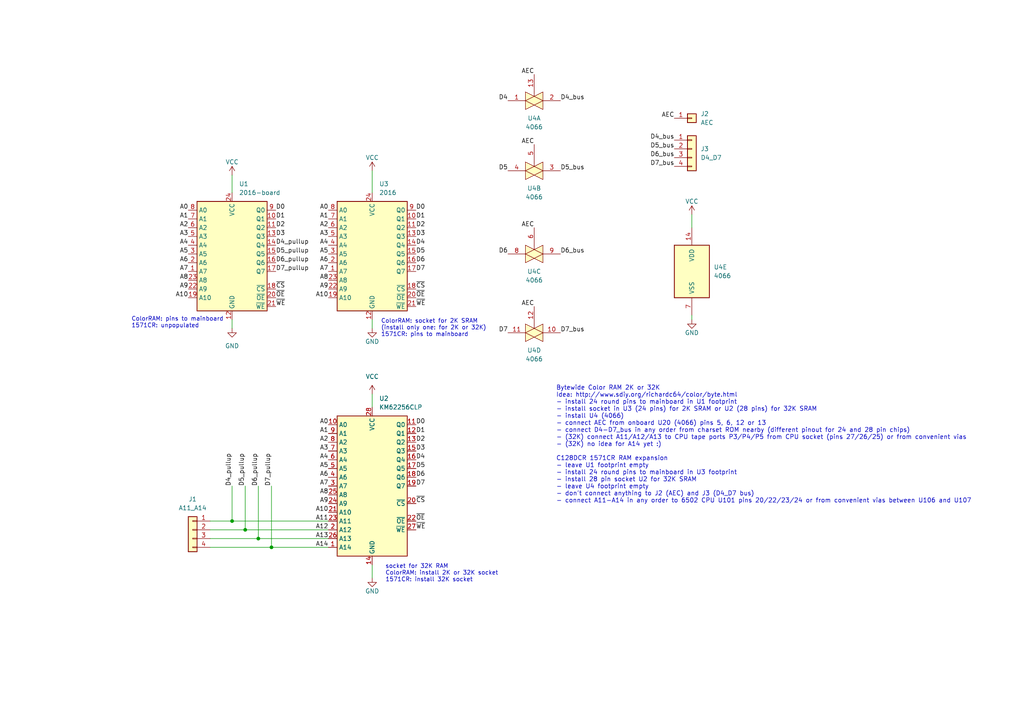
<source format=kicad_sch>
(kicad_sch (version 20211123) (generator eeschema)
  (paper "A4")
  (title_block (title "C128 bytewide 2/32K Color RAM / 1571CR RAM expansion") (date "2023-11-13") (rev "1.1") (company "YTM Enterprises") (comment 1 "Maciej Witkowiak <ytm@elysium.pl>"))
  (lib_symbols
    (symbol "4xxx:4066" (pin_names (offset 1.016))
      (property "Reference" "U" (at -7.62 8.89 0))
      (property "Value" "4066" (at -7.62 -8.89 0))
      (symbol "4066_1_0"
        (polyline (pts (xy 0 1.27) (xy 0 2.54)) (stroke (width 0.1524)))
        (polyline (pts (xy -2.54 0) (xy 2.54 2.54) (xy 2.54 -2.54) (xy -2.54 0)) (fill (type background)))
        (polyline (pts (xy -2.54 2.54) (xy 2.54 0) (xy -2.54 -2.54) (xy -2.54 2.54)) (fill (type background)))
        (pin passive line (at -7.62 0 0) (length 5.08) (name "~") (number "1"))
        (pin input line (at 0 7.62 270) (length 5.08) (name "~") (number "13"))
        (pin passive line (at 7.62 0 180) (length 5.08) (name "~") (number "2"))
      )
      (symbol "4066_2_0"
        (polyline (pts (xy 0 1.27) (xy 0 2.54)) (stroke (width 0.1524)))
        (polyline (pts (xy -2.54 0) (xy 2.54 2.54) (xy 2.54 -2.54) (xy -2.54 0)) (fill (type background)))
        (polyline (pts (xy -2.54 2.54) (xy 2.54 0) (xy -2.54 -2.54) (xy -2.54 2.54)) (fill (type background)))
        (pin passive line (at 7.62 0 180) (length 5.08) (name "~") (number "3"))
        (pin passive line (at -7.62 0 0) (length 5.08) (name "~") (number "4"))
        (pin input line (at 0 7.62 270) (length 5.08) (name "~") (number "5"))
      )
      (symbol "4066_3_0"
        (polyline (pts (xy 0 1.27) (xy 0 2.54)) (stroke (width 0.1524)))
        (polyline (pts (xy -2.54 0) (xy 2.54 2.54) (xy 2.54 -2.54) (xy -2.54 0)) (fill (type background)))
        (polyline (pts (xy -2.54 2.54) (xy 2.54 0) (xy -2.54 -2.54) (xy -2.54 2.54)) (fill (type background)))
        (pin input line (at 0 7.62 270) (length 5.08) (name "~") (number "6"))
        (pin passive line (at -7.62 0 0) (length 5.08) (name "~") (number "8"))
        (pin passive line (at 7.62 0 180) (length 5.08) (name "~") (number "9"))
      )
      (symbol "4066_4_0"
        (polyline (pts (xy 0 1.27) (xy 0 2.54)) (stroke (width 0.1524)))
        (polyline (pts (xy -2.54 0) (xy 2.54 2.54) (xy 2.54 -2.54) (xy -2.54 0)) (fill (type background)))
        (polyline (pts (xy -2.54 2.54) (xy 2.54 0) (xy -2.54 -2.54) (xy -2.54 2.54)) (fill (type background)))
        (pin passive line (at 7.62 0 180) (length 5.08) (name "~") (number "10"))
        (pin passive line (at -7.62 0 0) (length 5.08) (name "~") (number "11"))
        (pin input line (at 0 7.62 270) (length 5.08) (name "~") (number "12"))
      )
      (symbol "4066_5_0"
        (pin power_in line (at 0 12.7 270) (length 5.08) (name "VDD") (number "14"))
        (pin power_in line (at 0 -12.7 90) (length 5.08) (name "VSS") (number "7"))
      )
      (symbol "4066_5_1"
        (rectangle (start -5.08 7.62) (end 5.08 -7.62) (stroke (width 0.254)) (fill (type background)))
      )
    )
    (symbol "Connector_Generic:Conn_01x01" (pin_names (offset 1.016) hide)
      (property "Reference" "J" (at 0 2.54 0))
      (property "Value" "Conn_01x01" (at 0 -2.54 0))
      (symbol "Conn_01x01_1_1"
        (rectangle (start -1.27 0.127) (end 0 -0.127) (stroke (width 0.1524)))
        (rectangle (start -1.27 1.27) (end 1.27 -1.27) (stroke (width 0.254)) (fill (type background)))
        (pin passive line (at -5.08 0 0) (length 3.81) (name "Pin_1") (number "1"))
      )
    )
    (symbol "Connector_Generic:Conn_01x04" (pin_names (offset 1.016) hide)
      (property "Reference" "J" (at 0 5.08 0))
      (property "Value" "Conn_01x04" (at 0 -7.62 0))
      (symbol "Conn_01x04_1_1"
        (rectangle (start -1.27 -4.953) (end 0 -5.207) (stroke (width 0.1524)))
        (rectangle (start -1.27 -2.413) (end 0 -2.667) (stroke (width 0.1524)))
        (rectangle (start -1.27 0.127) (end 0 -0.127) (stroke (width 0.1524)))
        (rectangle (start -1.27 2.667) (end 0 2.413) (stroke (width 0.1524)))
        (rectangle (start -1.27 3.81) (end 1.27 -6.35) (stroke (width 0.254)) (fill (type background)))
        (pin passive line (at -5.08 2.54 0) (length 3.81) (name "Pin_1") (number "1"))
        (pin passive line (at -5.08 0 0) (length 3.81) (name "Pin_2") (number "2"))
        (pin passive line (at -5.08 -2.54 0) (length 3.81) (name "Pin_3") (number "3"))
        (pin passive line (at -5.08 -5.08 0) (length 3.81) (name "Pin_4") (number "4"))
      )
    )
    (symbol "Memory_RAM:KM62256CLP"
      (property "Reference" "U" (at -10.16 20.955 0))
      (property "Value" "KM62256CLP" (at 2.54 20.955 0))
      (symbol "KM62256CLP_0_0"
        (pin power_in line (at 0 -22.86 90) (length 2.54) (name "GND") (number "14"))
        (pin power_in line (at 0 22.86 270) (length 2.54) (name "VCC") (number "28"))
      )
      (symbol "KM62256CLP_0_1"
        (rectangle (start -10.16 20.32) (end 10.16 -20.32) (stroke (width 0.254)) (fill (type background)))
      )
      (symbol "KM62256CLP_1_1"
        (pin input line (at -12.7 -17.78 0) (length 2.54) (name "A14") (number "1"))
        (pin input line (at -12.7 17.78 0) (length 2.54) (name "A0") (number "10"))
        (pin tri_state line (at 12.7 17.78 180) (length 2.54) (name "Q0") (number "11"))
        (pin tri_state line (at 12.7 15.24 180) (length 2.54) (name "Q1") (number "12"))
        (pin tri_state line (at 12.7 12.7 180) (length 2.54) (name "Q2") (number "13"))
        (pin tri_state line (at 12.7 10.16 180) (length 2.54) (name "Q3") (number "15"))
        (pin tri_state line (at 12.7 7.62 180) (length 2.54) (name "Q4") (number "16"))
        (pin tri_state line (at 12.7 5.08 180) (length 2.54) (name "Q5") (number "17"))
        (pin tri_state line (at 12.7 2.54 180) (length 2.54) (name "Q6") (number "18"))
        (pin tri_state line (at 12.7 0 180) (length 2.54) (name "Q7") (number "19"))
        (pin input line (at -12.7 -12.7 0) (length 2.54) (name "A12") (number "2"))
        (pin input line (at 12.7 -5.08 180) (length 2.54) (name "~{CS}") (number "20"))
        (pin input line (at -12.7 -7.62 0) (length 2.54) (name "A10") (number "21"))
        (pin input line (at 12.7 -10.16 180) (length 2.54) (name "~{OE}") (number "22"))
        (pin input line (at -12.7 -10.16 0) (length 2.54) (name "A11") (number "23"))
        (pin input line (at -12.7 -5.08 0) (length 2.54) (name "A9") (number "24"))
        (pin input line (at -12.7 -2.54 0) (length 2.54) (name "A8") (number "25"))
        (pin input line (at -12.7 -15.24 0) (length 2.54) (name "A13") (number "26"))
        (pin input line (at 12.7 -12.7 180) (length 2.54) (name "~{WE}") (number "27"))
        (pin input line (at -12.7 0 0) (length 2.54) (name "A7") (number "3"))
        (pin input line (at -12.7 2.54 0) (length 2.54) (name "A6") (number "4"))
        (pin input line (at -12.7 5.08 0) (length 2.54) (name "A5") (number "5"))
        (pin input line (at -12.7 7.62 0) (length 2.54) (name "A4") (number "6"))
        (pin input line (at -12.7 10.16 0) (length 2.54) (name "A3") (number "7"))
        (pin input line (at -12.7 12.7 0) (length 2.54) (name "A2") (number "8"))
        (pin input line (at -12.7 15.24 0) (length 2.54) (name "A1") (number "9"))
      )
    )
    (symbol "SRAM:2016"
      (property "Reference" "U" (at -10.16 20.955 0))
      (property "Value" "2016" (at 2.54 20.955 0))
      (symbol "2016_0_0"
        (pin tri_state line (at 12.7 7.62 180) (length 2.54) (name "Q4") (number "14"))
      )
      (symbol "2016_0_1"
        (rectangle (start -10.16 20.32) (end 10.16 -11.43) (stroke (width 0.254)) (fill (type background)))
      )
      (symbol "2016_1_1"
        (pin input line (at -12.7 0 0) (length 2.54) (name "A7") (number "1"))
        (pin tri_state line (at 12.7 15.24 180) (length 2.54) (name "Q1") (number "10"))
        (pin tri_state line (at 12.7 12.7 180) (length 2.54) (name "Q2") (number "11"))
        (pin power_in line (at 0 -13.97 90) (length 2.54) (name "GND") (number "12"))
        (pin tri_state line (at 12.7 10.16 180) (length 2.54) (name "Q3") (number "13"))
        (pin tri_state line (at 12.7 5.08 180) (length 2.54) (name "Q5") (number "15"))
        (pin tri_state line (at 12.7 2.54 180) (length 2.54) (name "Q6") (number "16"))
        (pin tri_state line (at 12.7 0 180) (length 2.54) (name "Q7") (number "17"))
        (pin input line (at 12.7 -5.08 180) (length 2.54) (name "~{CS}") (number "18"))
        (pin input line (at -12.7 -7.62 0) (length 2.54) (name "A10") (number "19"))
        (pin input line (at -12.7 2.54 0) (length 2.54) (name "A6") (number "2"))
        (pin input line (at 12.7 -7.62 180) (length 2.54) (name "~{OE}") (number "20"))
        (pin input line (at 12.7 -10.16 180) (length 2.54) (name "~{WE}") (number "21"))
        (pin input line (at -12.7 -5.08 0) (length 2.54) (name "A9") (number "22"))
        (pin input line (at -12.7 -2.54 0) (length 2.54) (name "A8") (number "23"))
        (pin power_in line (at 0 22.86 270) (length 2.54) (name "VCC") (number "24"))
        (pin input line (at -12.7 5.08 0) (length 2.54) (name "A5") (number "3"))
        (pin input line (at -12.7 7.62 0) (length 2.54) (name "A4") (number "4"))
        (pin input line (at -12.7 10.16 0) (length 2.54) (name "A3") (number "5"))
        (pin input line (at -12.7 12.7 0) (length 2.54) (name "A2") (number "6"))
        (pin input line (at -12.7 15.24 0) (length 2.54) (name "A1") (number "7"))
        (pin input line (at -12.7 17.78 0) (length 2.54) (name "A0") (number "8"))
        (pin tri_state line (at 12.7 17.78 180) (length 2.54) (name "Q0") (number "9"))
      )
    )
    (symbol "power:GND" (power) (pin_names (offset 0))
      (property "Value" "GND" (at 0 -3.81 0))
      (symbol "GND_0_1"
        (polyline (pts (xy 0 0) (xy 0 -1.27) (xy 1.27 -1.27) (xy 0 -2.54) (xy -1.27 -1.27) (xy 0 -1.27)))
      )
      (symbol "GND_1_1"
        (pin power_in line (at 0 0 270) (length 0) hide (name "GND") (number "1"))
      )
    )
    (symbol "power:VCC" (power) (pin_names (offset 0))
      (property "Value" "VCC" (at 0 3.81 0))
      (symbol "VCC_0_1"
        (polyline (pts (xy -0.762 1.27) (xy 0 2.54)))
        (polyline (pts (xy 0 0) (xy 0 2.54)))
        (polyline (pts (xy 0 2.54) (xy 0.762 1.27)))
      )
      (symbol "VCC_1_1"
        (pin power_in line (at 0 0 90) (length 0) hide (name "VCC") (number "1"))
      )
    )
  )
  (junction (at 71.12 153.67))
  (junction (at 78.74 158.75))
  (junction (at 74.93 156.21))
  (junction (at 67.31 151.13))
  (wire (pts (xy 60.96 158.75) (xy 78.74 158.75)))
  (wire (pts (xy 107.95 163.83) (xy 107.95 167.64)))
  (wire (pts (xy 67.31 92.71) (xy 67.31 95.25)))
  (wire (pts (xy 78.74 140.97) (xy 78.74 158.75)))
  (wire (pts (xy 200.66 62.23) (xy 200.66 66.04)))
  (wire (pts (xy 60.96 153.67) (xy 71.12 153.67)))
  (wire (pts (xy 107.95 114.3) (xy 107.95 118.11)))
  (wire (pts (xy 74.93 156.21) (xy 95.25 156.21)))
  (wire (pts (xy 60.96 151.13) (xy 67.31 151.13)))
  (wire (pts (xy 67.31 50.8) (xy 67.31 55.88)))
  (wire (pts (xy 200.66 91.44) (xy 200.66 92.71)))
  (wire (pts (xy 71.12 140.97) (xy 71.12 153.67)))
  (wire (pts (xy 74.93 140.97) (xy 74.93 156.21)))
  (wire (pts (xy 107.95 49.53) (xy 107.95 55.88)))
  (wire (pts (xy 60.96 156.21) (xy 74.93 156.21)))
  (wire (pts (xy 107.95 92.71) (xy 107.95 95.25)))
  (wire (pts (xy 71.12 153.67) (xy 95.25 153.67)))
  (wire (pts (xy 67.31 140.97) (xy 67.31 151.13)))
  (wire (pts (xy 67.31 151.13) (xy 95.25 151.13)))
  (wire (pts (xy 78.74 158.75) (xy 95.25 158.75)))
  (text "Bytewide Color RAM 2K or 32K\nIdea: http://www.sdiy.org/richardc64/color/byte.html\n- install 24 round pins to mainboard in U1 footprint\n- install socket in U3 (24 pins) for 2K SRAM or U2 (28 pins) for 32K SRAM\n- install U4 (4066)\n- connect AEC from onboard U20 (4066) pins 5, 6, 12 or 13\n- connect D4-D7_bus in any order from charset ROM nearby (different pinout for 24 and 28 pin chips)\n- (32K) connect A11/A12/A13 to CPU tape ports P3/P4/P5 from CPU socket (pins 27/26/25) or from convenient vias\n- (32K) no idea for A14 yet :)\n\nC128DCR 1571CR RAM expansion\n- leave U1 footprint empty\n- install 24 round pins to mainboard in U3 footprint\n- install 28 pin socket U2 for 32K SRAM\n- leave U4 footprint empty\n- don't connect anything to J2 (AEC) and J3 (D4_D7 bus)\n- connect A11-A14 in any order to 6502 CPU U101 pins 20/22/23/24 or from convenient vias between U106 and U107\n" (at 161.29 146.05 0) (effects (font (size 1.27 1.27)) (justify left bottom)))
  (text "ColorRAM: socket for 2K SRAM\n(install only one: for 2K or 32K)\n1571CR: pins to mainboard" (at 110.49 97.79 0) (effects (font (size 1.2 1.2)) (justify left bottom)))
  (text "socket for 32K RAM\nColorRAM: install 2K or 32K socket\n1571CR: install 32K socket" (at 111.76 168.91 0) (effects (font (size 1.2 1.2)) (justify left bottom)))
  (text "ColorRAM: pins to mainboard\n1571CR: unpopulated" (at 38.1 95.25 0) (effects (font (size 1.2 1.2)) (justify left bottom)))
  (label "A6" (at 95.25 76.2 180))
  (label "A7" (at 95.25 78.74 180))
  (label "A7" (at 54.61 78.74 180))
  (label "D6_bus" (at 195.58 45.72 180))
  (label "A1" (at 95.25 63.5 180))
  (label "D2" (at 120.65 66.04 0))
  (label "A4" (at 95.25 71.12 180))
  (label "A9" (at 54.61 83.82 180))
  (label "A1" (at 95.25 125.73 180))
  (label "D7_bus" (at 195.58 48.26 180))
  (label "A5" (at 95.25 73.66 180))
  (label "A1" (at 54.61 63.5 180))
  (label "A0" (at 54.61 60.96 180))
  (label "D6" (at 120.65 76.2 0))
  (label "D6_pullup" (at 74.93 140.97 90))
  (label "D0" (at 80.01 60.96 0))
  (label "D5_pullup" (at 71.12 140.97 90))
  (label "D3" (at 80.01 68.58 0))
  (label "D0" (at 120.65 60.96 0))
  (label "A5" (at 54.61 73.66 180))
  (label "A3" (at 54.61 68.58 180))
  (label "D4_bus" (at 195.58 40.64 180))
  (label "D2" (at 80.01 66.04 0))
  (label "D1" (at 80.01 63.5 0))
  (label "D5_bus" (at 162.56 49.53 0))
  (label "A12" (at 95.25 153.67 180))
  (label "AEC" (at 154.94 66.04 180))
  (label "~{CS}" (at 120.65 146.05 0))
  (label "A8" (at 95.25 81.28 180))
  (label "AEC" (at 154.94 21.59 180))
  (label "~{WE}" (at 120.65 153.67 0))
  (label "A9" (at 95.25 146.05 180))
  (label "A3" (at 95.25 68.58 180))
  (label "D7" (at 120.65 78.74 0))
  (label "D5_bus" (at 195.58 43.18 180))
  (label "D5" (at 147.32 49.53 180))
  (label "A4" (at 54.61 71.12 180))
  (label "D7" (at 120.65 140.97 0))
  (label "A8" (at 95.25 143.51 180))
  (label "~{OE}" (at 120.65 86.36 0))
  (label "A10" (at 54.61 86.36 180))
  (label "AEC" (at 154.94 41.91 180))
  (label "D3" (at 120.65 68.58 0))
  (label "D4" (at 120.65 133.35 0))
  (label "~{CS}" (at 120.65 83.82 0))
  (label "~{WE}" (at 80.01 88.9 0))
  (label "~{WE}" (at 120.65 88.9 0))
  (label "A7" (at 95.25 140.97 180))
  (label "D3" (at 120.65 130.81 0))
  (label "D1" (at 120.65 63.5 0))
  (label "D5_pullup" (at 80.01 73.66 0))
  (label "A2" (at 95.25 66.04 180))
  (label "AEC" (at 154.94 88.9 180))
  (label "D4" (at 147.32 29.21 180))
  (label "A6" (at 95.25 138.43 180))
  (label "A10" (at 95.25 148.59 180))
  (label "D7_bus" (at 162.56 96.52 0))
  (label "A13" (at 95.25 156.21 180))
  (label "A2" (at 54.61 66.04 180))
  (label "A11" (at 95.25 151.13 180))
  (label "D5" (at 120.65 135.89 0))
  (label "D1" (at 120.65 125.73 0))
  (label "D4_pullup" (at 67.31 140.97 90))
  (label "D6" (at 147.32 73.66 180))
  (label "D5" (at 120.65 73.66 0))
  (label "D6" (at 120.65 138.43 0))
  (label "A10" (at 95.25 86.36 180))
  (label "A0" (at 95.25 60.96 180))
  (label "AEC" (at 195.58 34.29 180))
  (label "D4_pullup" (at 80.01 71.12 0))
  (label "A9" (at 95.25 83.82 180))
  (label "D7" (at 147.32 96.52 180))
  (label "D6_bus" (at 162.56 73.66 0))
  (label "A6" (at 54.61 76.2 180))
  (label "D6_pullup" (at 80.01 76.2 0))
  (label "D4" (at 120.65 71.12 0))
  (label "A5" (at 95.25 135.89 180))
  (label "D4_bus" (at 162.56 29.21 0))
  (label "A8" (at 54.61 81.28 180))
  (label "A2" (at 95.25 128.27 180))
  (label "A0" (at 95.25 123.19 180))
  (label "A4" (at 95.25 133.35 180))
  (label "~{CS}" (at 80.01 83.82 0))
  (label "D0" (at 120.65 123.19 0))
  (label "~{OE}" (at 80.01 86.36 0))
  (label "D7_pullup" (at 80.01 78.74 0))
  (label "A3" (at 95.25 130.81 180))
  (label "D2" (at 120.65 128.27 0))
  (label "D7_pullup" (at 78.74 140.97 90))
  (label "A14" (at 95.25 158.75 180))
  (label "~{OE}" (at 120.65 151.13 0))
  (symbol (lib_id "4xxx:4066") (at 154.94 29.21 0) (unit 1)
    (property "Reference" "U4" (at 154.94 34.29 0))
    (property "Value" "4066" (at 154.94 36.83 0))
    (property "Footprint" "Package_DIP:DIP-14_W7.62mm_Socket" (effects hide))
    (property "Datasheet" "http://www.ti.com/lit/ds/symlink/cd4066b.pdf" (effects hide))
  )
  (symbol (lib_id "4xxx:4066") (at 154.94 73.66 0) (unit 3)
    (property "Reference" "U4" (at 154.94 78.74 0))
    (property "Value" "4066" (at 154.94 81.28 0))
    (property "Footprint" "Package_DIP:DIP-14_W7.62mm_Socket" (effects hide))
    (property "Datasheet" "http://www.ti.com/lit/ds/symlink/cd4066b.pdf" (effects hide))
  )
  (symbol (lib_id "power:VCC") (at 67.31 50.8 0) (unit 1)
    (property "Reference" "#PWR01" (effects hide))
    (property "Value" "VCC" (at 67.31 46.99 0))
  )
  (symbol (lib_id "SRAM:2016") (at 107.95 78.74 0) (unit 1)
    (property "Reference" "U3" (at 109.9694 53.34 0) (effects (justify left)))
    (property "Value" "2016" (at 109.9694 55.88 0) (effects (justify left)))
    (property "Footprint" "Package_DIP:DIP-24_W15.24mm" (effects hide))
    (property "Datasheet" "https://www.tvsat.com.pl/pdf/m/mcm2018_mot.pdf" (effects hide))
  )
  (symbol (lib_id "SRAM:2016") (at 67.31 78.74 0) (unit 1)
    (property "Reference" "U1" (at 69.3294 53.34 0) (effects (justify left)))
    (property "Value" "2016-board" (at 69.3294 55.88 0) (effects (justify left)))
    (property "Footprint" "Package_DIP:DIP-24_W15.24mm" (effects hide))
    (property "Datasheet" "https://www.tvsat.com.pl/pdf/m/mcm2018_mot.pdf" (effects hide))
  )
  (symbol (lib_id "power:VCC") (at 107.95 114.3 0) (unit 1)
    (property "Reference" "#PWR03" (effects hide))
    (property "Value" "VCC" (at 107.95 109.22 0))
  )
  (symbol (lib_id "Connector_Generic:Conn_01x04") (at 200.66 43.18 0) (unit 1)
    (property "Reference" "J3" (at 203.2 43.1799 0) (effects (justify left)))
    (property "Value" "D4_D7" (at 203.2 45.7199 0) (effects (justify left)))
    (property "Footprint" "Connector_PinHeader_2.54mm:PinHeader_1x04_P2.54mm_Vertical" (effects hide))
  )
  (symbol (lib_id "power:VCC") (at 107.95 49.53 0) (unit 1)
    (property "Reference" "#PWR05" (effects hide))
    (property "Value" "VCC" (at 107.95 45.72 0))
  )
  (symbol (lib_id "power:VCC") (at 200.66 62.23 0) (unit 1)
    (property "Reference" "#PWR07" (effects hide))
    (property "Value" "VCC" (at 200.66 58.42 0))
  )
  (symbol (lib_id "Memory_RAM:KM62256CLP") (at 107.95 140.97 0) (unit 1)
    (property "Reference" "U2" (at 109.9694 115.57 0) (effects (justify left)))
    (property "Value" "KM62256CLP" (at 109.9694 118.11 0) (effects (justify left)))
    (property "Footprint" "Package_DIP:DIP-28_W15.24mm" (effects hide))
    (property "Datasheet" "https://www.futurlec.com/Datasheet/Memory/62256.pdf" (effects hide))
  )
  (symbol (lib_id "Connector_Generic:Conn_01x01") (at 200.66 34.29 0) (unit 1)
    (property "Reference" "J2" (at 203.2 33.0199 0) (effects (justify left)))
    (property "Value" "AEC" (at 203.2 35.5599 0) (effects (justify left)))
    (property "Footprint" "Connector_PinHeader_2.54mm:PinHeader_1x01_P2.54mm_Vertical" (effects hide))
  )
  (symbol (lib_id "power:GND") (at 107.95 95.25 0) (unit 1)
    (property "Reference" "#PWR06" (effects hide))
    (property "Value" "GND" (at 107.95 99.06 0))
  )
  (symbol (lib_id "4xxx:4066") (at 200.66 78.74 0) (unit 5)
    (property "Reference" "U4" (at 207.01 77.4699 0) (effects (justify left)))
    (property "Value" "4066" (at 207.01 80.0099 0) (effects (justify left)))
    (property "Footprint" "Package_DIP:DIP-14_W7.62mm_Socket" (effects hide))
    (property "Datasheet" "http://www.ti.com/lit/ds/symlink/cd4066b.pdf" (effects hide))
  )
  (symbol (lib_id "4xxx:4066") (at 154.94 96.52 0) (unit 4)
    (property "Reference" "U4" (at 154.94 101.6 0))
    (property "Value" "4066" (at 154.94 104.14 0))
    (property "Footprint" "Package_DIP:DIP-14_W7.62mm_Socket" (effects hide))
    (property "Datasheet" "http://www.ti.com/lit/ds/symlink/cd4066b.pdf" (effects hide))
  )
  (symbol (lib_id "4xxx:4066") (at 154.94 49.53 0) (unit 2)
    (property "Reference" "U4" (at 154.94 54.61 0))
    (property "Value" "4066" (at 154.94 57.15 0))
    (property "Footprint" "Package_DIP:DIP-14_W7.62mm_Socket" (effects hide))
    (property "Datasheet" "http://www.ti.com/lit/ds/symlink/cd4066b.pdf" (effects hide))
  )
  (symbol (lib_id "power:GND") (at 107.95 167.64 0) (unit 1)
    (property "Reference" "#PWR04" (effects hide))
    (property "Value" "GND" (at 107.95 171.45 0))
  )
  (symbol (lib_id "power:GND") (at 67.31 95.25 0) (unit 1)
    (property "Reference" "#PWR02" (effects hide))
    (property "Value" "GND" (at 67.31 100.33 0))
  )
  (symbol (lib_id "power:GND") (at 200.66 92.71 0) (unit 1)
    (property "Reference" "#PWR08" (effects hide))
    (property "Value" "GND" (at 200.66 96.52 0))
  )
  (symbol (lib_id "Connector_Generic:Conn_01x04") (at 55.88 153.67 0) (mirror y) (unit 1)
    (property "Reference" "J1" (at 55.88 144.78 0))
    (property "Value" "A11_A14" (at 55.88 147.32 0))
    (property "Footprint" "Connector_PinHeader_2.54mm:PinHeader_1x04_P2.54mm_Vertical" (effects hide))
  )
)
</source>
